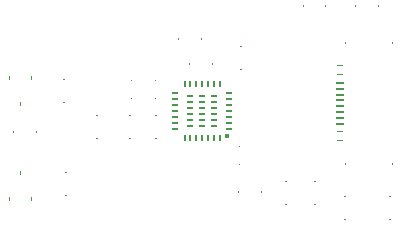
<source format=gbr>
G04 EAGLE Gerber X2 export*
%TF.Part,Single*%
%TF.FileFunction,Paste,Top*%
%TF.FilePolarity,Positive*%
%TF.GenerationSoftware,Autodesk,EAGLE,9.6.2*%
%TF.CreationDate,2022-05-14T18:51:59Z*%
G75*
%MOMM*%
%FSLAX46Y46*%
%LPD*%
%INSolderpaste Top*%
%AMOC8*
5,1,8,0,0,1.08239X$1,22.5*%
G01*
%ADD10R,0.200000X0.000000*%
%ADD11R,0.000000X0.200000*%
%ADD12R,0.560000X0.260000*%
%ADD13R,0.260000X0.560000*%
%ADD14R,0.400000X0.400000*%
%ADD15R,0.000000X0.000000*%
%ADD16R,0.000000X0.400000*%
%ADD17R,0.550000X0.000000*%
%ADD18R,0.642000X0.208000*%
%ADD19R,0.000000X0.180000*%


D10*
X31242000Y14290000D03*
X31242000Y16190000D03*
D11*
X40960000Y19685000D03*
X42860000Y19685000D03*
D12*
X30240000Y9295000D03*
X30240000Y9795000D03*
X30240000Y10295000D03*
X30240000Y10795000D03*
X30240000Y11295000D03*
X30240000Y11795000D03*
X30240000Y12295000D03*
D13*
X29440000Y13095000D03*
X28940000Y13095000D03*
X28440000Y13095000D03*
X27940000Y13095000D03*
X27440000Y13095000D03*
X26940000Y13095000D03*
X26440000Y13095000D03*
D12*
X25640000Y12295000D03*
X25640000Y11795000D03*
X25640000Y11295000D03*
X25640000Y10795000D03*
X25640000Y10295000D03*
X25640000Y9795000D03*
X25640000Y9295000D03*
D13*
X26440000Y8495000D03*
X26940000Y8495000D03*
X27440000Y8495000D03*
X27940000Y8495000D03*
X28440000Y8495000D03*
X28940000Y8495000D03*
X29440000Y8495000D03*
D12*
X28940000Y9545000D03*
X27940000Y9545000D03*
X26940000Y9545000D03*
X28940000Y10045000D03*
X27940000Y10045000D03*
X26940000Y10045000D03*
X28940000Y10545000D03*
X27940000Y10545000D03*
X26940000Y10545000D03*
X28940000Y11045000D03*
X27940000Y11045000D03*
X26940000Y11045000D03*
X28940000Y11545000D03*
X27940000Y11545000D03*
X26940000Y11545000D03*
X28940000Y12045000D03*
X27940000Y12045000D03*
X26940000Y12045000D03*
D14*
X30040000Y8695000D03*
D15*
X31115000Y6235000D03*
X31115000Y7735000D03*
X21971000Y11823000D03*
X21971000Y13323000D03*
X24003000Y11823000D03*
X24003000Y13323000D03*
D16*
X12573000Y11346000D03*
X11623000Y13546000D03*
X13523000Y13546000D03*
X12573000Y5545000D03*
X13523000Y3345000D03*
X11623000Y3345000D03*
D10*
X35052000Y4760000D03*
X35052000Y2860000D03*
D11*
X31054000Y3937000D03*
X32954000Y3937000D03*
D10*
X21844000Y8448000D03*
X21844000Y10348000D03*
X24003000Y8448000D03*
X24003000Y10348000D03*
D11*
X25974000Y16891000D03*
X27874000Y16891000D03*
D10*
X19050000Y8448000D03*
X19050000Y10348000D03*
D11*
X13904000Y9017000D03*
X12004000Y9017000D03*
X28813800Y14782800D03*
X26913800Y14782800D03*
X36515000Y19685000D03*
X38415000Y19685000D03*
D10*
X16256000Y13396000D03*
X16256000Y11496000D03*
X16383000Y3622000D03*
X16383000Y5522000D03*
X40005000Y3490000D03*
X40005000Y1590000D03*
X43815000Y3490000D03*
X43815000Y1590000D03*
X37465000Y4760000D03*
X37465000Y2860000D03*
D17*
X39565000Y8230000D03*
X39565000Y9030000D03*
X39565000Y13830000D03*
X39565000Y14630000D03*
D18*
X39565000Y9680000D03*
X39565000Y13180000D03*
X39565000Y10180000D03*
X39565000Y12680000D03*
X39565000Y10680000D03*
X39565000Y12180000D03*
X39565000Y11180000D03*
X39565000Y11680000D03*
D19*
X40140000Y6320000D03*
X40140000Y16540000D03*
X44070000Y6320000D03*
X44070000Y16540000D03*
M02*

</source>
